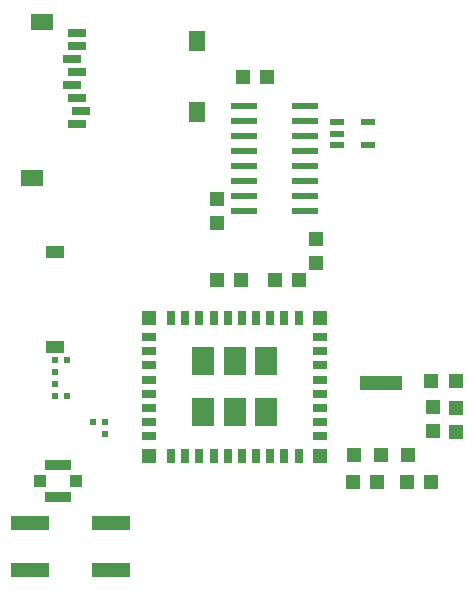
<source format=gbr>
G04 EAGLE Gerber RS-274X export*
G75*
%MOMM*%
%FSLAX34Y34*%
%LPD*%
%INSolderpaste Top*%
%IPPOS*%
%AMOC8*
5,1,8,0,0,1.08239X$1,22.5*%
G01*
%ADD10R,0.700000X1.200000*%
%ADD11R,1.200000X1.200000*%
%ADD12R,1.200000X0.700000*%
%ADD13R,1.900000X2.400000*%
%ADD14R,1.500000X1.000000*%
%ADD15R,0.600000X0.600000*%
%ADD16R,1.200000X1.300000*%
%ADD17R,1.300000X1.200000*%
%ADD18R,1.300000X1.300000*%
%ADD19R,3.600000X1.300000*%
%ADD20R,2.200000X0.600000*%
%ADD21R,2.200000X0.850000*%
%ADD22R,1.050000X1.000000*%
%ADD23R,1.900000X1.400000*%
%ADD24R,1.400000X1.800000*%
%ADD25R,1.500000X0.700000*%
%ADD26R,3.200000X1.200000*%
%ADD27R,1.200000X0.550000*%


D10*
X138540Y105740D03*
X150540Y105740D03*
X162540Y105740D03*
X174540Y105740D03*
X186540Y105740D03*
X198540Y105740D03*
X210540Y105740D03*
X222540Y105740D03*
X234540Y105740D03*
X246540Y105740D03*
D11*
X120040Y105740D03*
X265040Y105740D03*
X265040Y222740D03*
X120040Y222740D03*
D12*
X265040Y122240D03*
X265040Y134240D03*
X265040Y146240D03*
X265040Y158240D03*
X265040Y170240D03*
X265040Y182240D03*
X265040Y194240D03*
X265040Y206240D03*
D10*
X246540Y222740D03*
X234540Y222740D03*
X222540Y222740D03*
X210540Y222740D03*
X198540Y222740D03*
X186540Y222740D03*
X174540Y222740D03*
X162540Y222740D03*
X150540Y222740D03*
X138540Y222740D03*
D12*
X120040Y206240D03*
X120040Y194240D03*
X120040Y182240D03*
X120040Y170240D03*
X120040Y158240D03*
X120040Y146240D03*
X120040Y134240D03*
X120040Y122240D03*
D13*
X192540Y142740D03*
X166040Y142740D03*
X219040Y142740D03*
X166040Y185740D03*
X192540Y185740D03*
X219040Y185740D03*
D14*
X39920Y198280D03*
X39920Y278280D03*
D15*
X50080Y186460D03*
X39920Y186460D03*
X50080Y156620D03*
X39920Y156620D03*
X40000Y166460D03*
X40000Y176620D03*
X72460Y134240D03*
X82620Y134240D03*
X82540Y134320D03*
X82540Y124160D03*
D16*
X197700Y254240D03*
X177380Y254240D03*
X246700Y254240D03*
X226380Y254240D03*
D17*
X360060Y126440D03*
X360060Y146760D03*
D16*
X199840Y426660D03*
X220160Y426660D03*
D18*
X293270Y106480D03*
X316270Y106480D03*
X339270Y106480D03*
D19*
X316270Y167480D03*
D16*
X313240Y83840D03*
X292920Y83840D03*
D20*
X200180Y389010D03*
X252180Y363610D03*
X200180Y401710D03*
X200180Y376310D03*
X200180Y363610D03*
X252180Y376310D03*
X252180Y350910D03*
X252180Y338210D03*
X200180Y338210D03*
X252180Y312810D03*
X200180Y350910D03*
X200180Y325510D03*
X252180Y325510D03*
X200180Y312810D03*
X252180Y389010D03*
X252180Y401710D03*
D16*
X358960Y83200D03*
X338640Y83200D03*
D17*
X177640Y303000D03*
X177640Y323320D03*
X261000Y269320D03*
X261000Y289640D03*
D21*
X42540Y97990D03*
X42540Y70490D03*
D22*
X57790Y84240D03*
X27290Y84240D03*
D23*
X29700Y473040D03*
X20700Y341040D03*
D24*
X160700Y457040D03*
X160700Y397040D03*
D25*
X58700Y464040D03*
X58700Y453040D03*
X54700Y442040D03*
X58700Y431040D03*
X54700Y420040D03*
X58700Y409040D03*
X62700Y398040D03*
X58700Y387040D03*
D26*
X87340Y9210D03*
X19340Y9210D03*
X19340Y49210D03*
X87340Y49210D03*
D27*
X279100Y387960D03*
X279100Y378460D03*
X279100Y368960D03*
X305100Y368960D03*
X305100Y387960D03*
D11*
X380070Y168910D03*
X359070Y168910D03*
D17*
X379730Y125730D03*
X379730Y146050D03*
M02*

</source>
